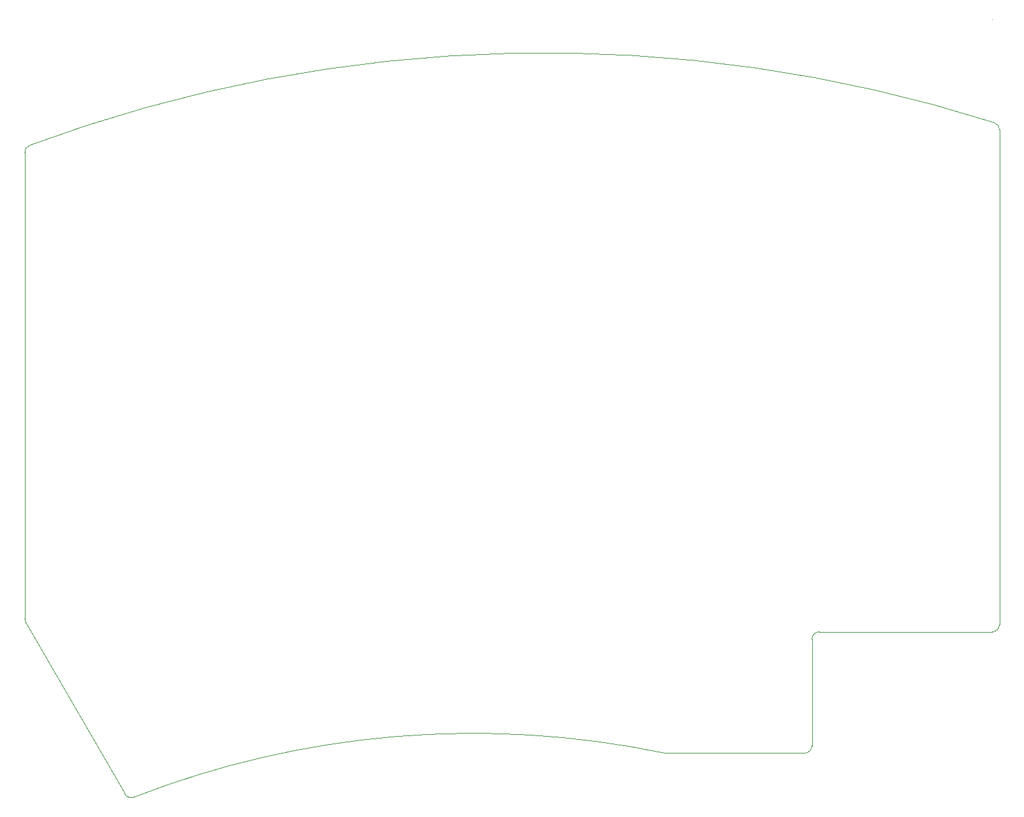
<source format=gm1>
G04 #@! TF.GenerationSoftware,KiCad,Pcbnew,5.1.9*
G04 #@! TF.CreationDate,2021-04-10T12:49:15-07:00*
G04 #@! TF.ProjectId,SofleKeyboard,536f666c-654b-4657-9962-6f6172642e6b,rev?*
G04 #@! TF.SameCoordinates,Original*
G04 #@! TF.FileFunction,Profile,NP*
%FSLAX46Y46*%
G04 Gerber Fmt 4.6, Leading zero omitted, Abs format (unit mm)*
G04 Created by KiCad (PCBNEW 5.1.9) date 2021-04-10 12:49:15*
%MOMM*%
%LPD*%
G01*
G04 APERTURE LIST*
G04 #@! TA.AperFunction,Profile*
%ADD10C,0.100000*%
G04 #@! TD*
G04 APERTURE END LIST*
D10*
X177360567Y-133252622D02*
G75*
G02*
X177156070Y-133231502I-62J1000000D01*
G01*
X197256992Y-132252622D02*
G75*
G02*
X196256992Y-133252622I-1000000J0D01*
G01*
X196256992Y-133252622D02*
X177360505Y-133252622D01*
X197256992Y-117752722D02*
X197256992Y-132252622D01*
X90256992Y-51547975D02*
G75*
G02*
X90909244Y-50609521I1000000J866D01*
G01*
X103875785Y-138803450D02*
X90390966Y-115447060D01*
X90256992Y-114947060D02*
X90256992Y-111852722D01*
X90390967Y-115447060D02*
G75*
G02*
X90256992Y-114947060I866025J500000D01*
G01*
X105105061Y-139235142D02*
G75*
G02*
X177156070Y-133231502I46120943J-118155764D01*
G01*
X197256992Y-117752722D02*
G75*
G02*
X198256992Y-116752722I1000000J0D01*
G01*
X90256992Y-111852722D02*
X90256992Y-51547109D01*
X222061025Y-47529765D02*
G75*
G02*
X222756992Y-48482426I-304033J-952661D01*
G01*
X221756992Y-116752722D02*
X198256992Y-116752722D01*
X222756992Y-48482426D02*
X222756992Y-115752722D01*
X222756992Y-115752722D02*
G75*
G02*
X221756992Y-116752722I-1000000J0D01*
G01*
X105105061Y-139235141D02*
G75*
G02*
X103875785Y-138803450I-363251J931691D01*
G01*
X90909244Y-50609521D02*
G75*
G02*
X222060343Y-47529547I70046898J-188858486D01*
G01*
X221766679Y-33502002D02*
X221766679Y-33502002D01*
M02*

</source>
